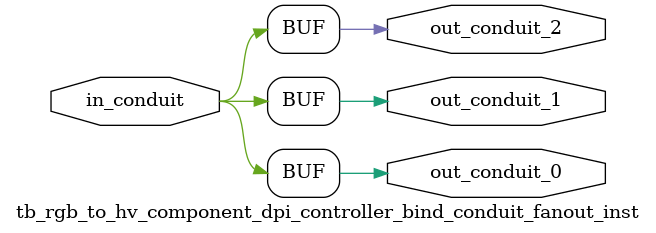
<source format=sv>


 


// --------------------------------------------------------------------------------
//| Avalon Conduit Fan-Out
// --------------------------------------------------------------------------------

// ------------------------------------------
// Generation parameters:
//   output_name:       tb_rgb_to_hv_component_dpi_controller_bind_conduit_fanout_inst
//   numFanOut:         3
//   
// ------------------------------------------

module tb_rgb_to_hv_component_dpi_controller_bind_conduit_fanout_inst (     

// Interface: out_conduit_0
 output                    out_conduit_0,
// Interface: out_conduit_1
 output                    out_conduit_1,
// Interface: out_conduit_2
 output                    out_conduit_2,

// Interface: in_conduit
 input                   in_conduit

);

   assign  out_conduit_0 = in_conduit;
   assign  out_conduit_1 = in_conduit;
   assign  out_conduit_2 = in_conduit;

endmodule //


</source>
